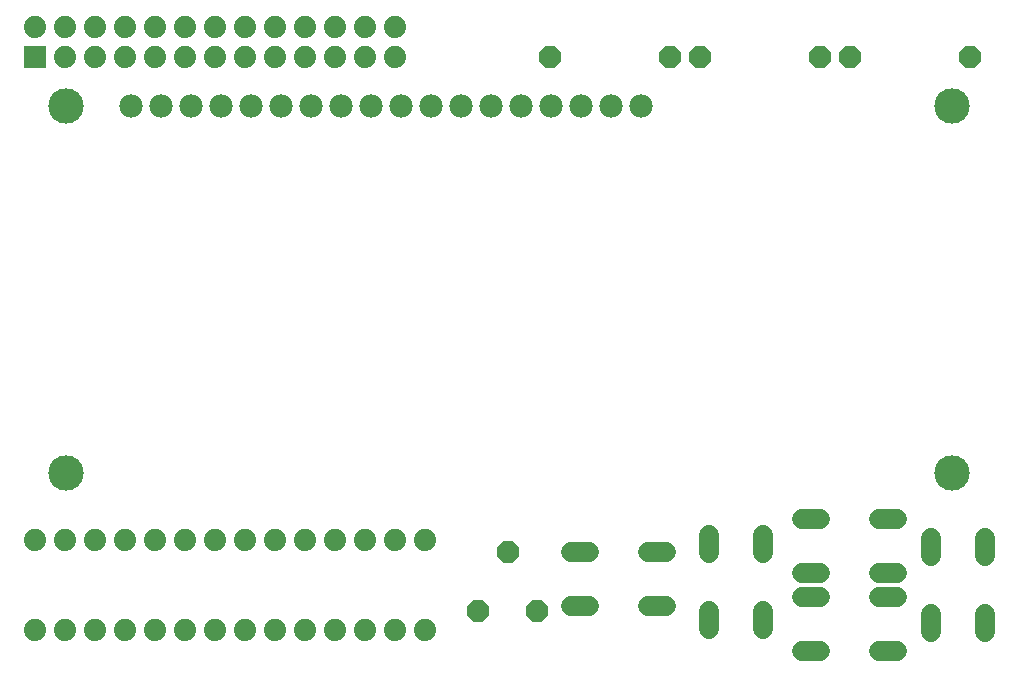
<source format=gbr>
G04 EAGLE Gerber RS-274X export*
G75*
%MOMM*%
%FSLAX34Y34*%
%LPD*%
%INSoldermask Top*%
%IPPOS*%
%AMOC8*
5,1,8,0,0,1.08239X$1,22.5*%
G01*
%ADD10C,1.879600*%
%ADD11C,1.727200*%
%ADD12P,2.034460X8X22.500000*%
%ADD13P,2.034460X8X202.500000*%
%ADD14C,1.981200*%
%ADD15C,3.003200*%
%ADD16R,1.879600X1.879600*%


D10*
X354330Y105410D03*
X328930Y105410D03*
X303530Y105410D03*
X278130Y105410D03*
X252730Y105410D03*
X227330Y105410D03*
X201930Y105410D03*
X176530Y105410D03*
X151130Y105410D03*
X125730Y105410D03*
X100330Y105410D03*
X74930Y105410D03*
X49530Y105410D03*
X24130Y105410D03*
X24130Y29210D03*
X49530Y29210D03*
X74930Y29210D03*
X100330Y29210D03*
X125730Y29210D03*
X151130Y29210D03*
X176530Y29210D03*
X201930Y29210D03*
X227330Y29210D03*
X252730Y29210D03*
X278130Y29210D03*
X303530Y29210D03*
X328930Y29210D03*
X354330Y29210D03*
D11*
X673608Y122936D02*
X688848Y122936D01*
X688848Y77724D02*
X673608Y77724D01*
X738632Y122936D02*
X753872Y122936D01*
X753872Y77724D02*
X738632Y77724D01*
X639826Y94742D02*
X639826Y109982D01*
X594614Y109982D02*
X594614Y94742D01*
X639826Y44958D02*
X639826Y29718D01*
X594614Y29718D02*
X594614Y44958D01*
X782574Y42418D02*
X782574Y27178D01*
X827786Y27178D02*
X827786Y42418D01*
X782574Y92202D02*
X782574Y107442D01*
X827786Y107442D02*
X827786Y92202D01*
X688848Y56896D02*
X673608Y56896D01*
X673608Y11684D02*
X688848Y11684D01*
X738632Y56896D02*
X753872Y56896D01*
X753872Y11684D02*
X738632Y11684D01*
X493268Y94996D02*
X478028Y94996D01*
X478028Y49784D02*
X493268Y49784D01*
X543052Y94996D02*
X558292Y94996D01*
X558292Y49784D02*
X543052Y49784D01*
D12*
X459740Y514350D03*
X561340Y514350D03*
D13*
X688340Y514350D03*
X586740Y514350D03*
D12*
X713740Y514350D03*
X815340Y514350D03*
D14*
X105450Y472500D03*
X130850Y472500D03*
X156250Y472500D03*
X181650Y472500D03*
X207050Y472500D03*
X232450Y472500D03*
X257850Y472500D03*
X283250Y472500D03*
X308650Y472500D03*
X334050Y472500D03*
X359450Y472500D03*
X384850Y472500D03*
X410250Y472500D03*
X435650Y472500D03*
X461050Y472500D03*
X486450Y472500D03*
X511850Y472500D03*
X537250Y472500D03*
D15*
X50450Y162500D03*
X50450Y472500D03*
X800450Y472500D03*
X800450Y162500D03*
D12*
X424180Y94850D03*
X449180Y44850D03*
X399180Y44850D03*
D16*
X24130Y514350D03*
D10*
X24130Y539750D03*
X49530Y514350D03*
X49530Y539750D03*
X74930Y514350D03*
X74930Y539750D03*
X100330Y514350D03*
X100330Y539750D03*
X125730Y514350D03*
X125730Y539750D03*
X151130Y514350D03*
X151130Y539750D03*
X176530Y514350D03*
X176530Y539750D03*
X201930Y514350D03*
X201930Y539750D03*
X227330Y514350D03*
X227330Y539750D03*
X252730Y514350D03*
X252730Y539750D03*
X278130Y514350D03*
X278130Y539750D03*
X303530Y514350D03*
X303530Y539750D03*
X328930Y514350D03*
X328930Y539750D03*
M02*

</source>
